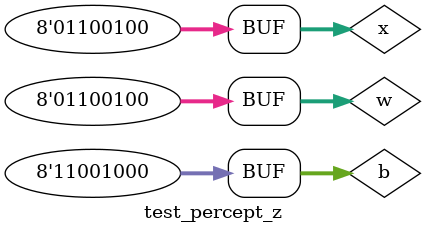
<source format=v>
`timescale 1ns / 1ps


module test_percept_z();

reg [7:0] w; // weight as an 8 bit integer
reg [7:0] x; // data val as an 8 bit integer
reg [7:0] b; // bias as an 8 bit integer
wire [15:0] z; // weighted output as a 16 bit integer
perceptron perceptron_1(
    .w(w),
    .x(x),
    .b(b),
    .z(z)
);

initial
begin
    x = 'd200;
    w = 'd200;
    b = 'd100;
    #10 x = 'd100;
    #10 w = 'd100;
    #10 b = 'd200;
end


endmodule



































































</source>
